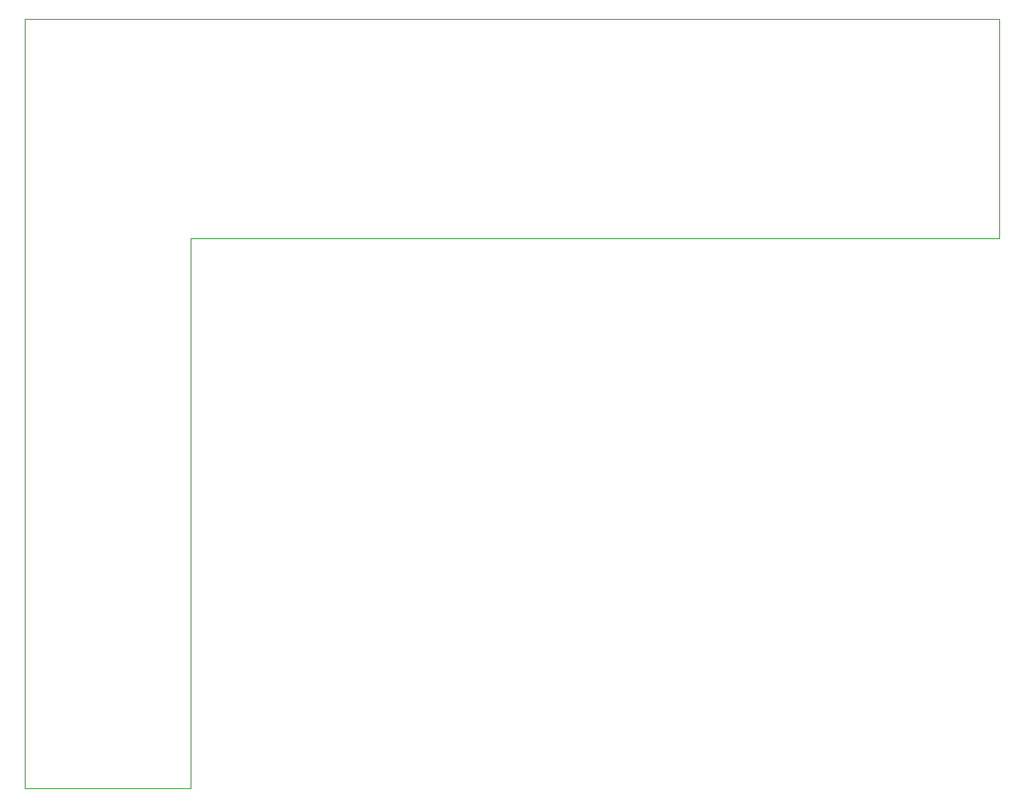
<source format=gm1>
G04 #@! TF.GenerationSoftware,KiCad,Pcbnew,8.0.4*
G04 #@! TF.CreationDate,2024-08-27T21:55:03+09:00*
G04 #@! TF.ProjectId,MDC,4d44432e-6b69-4636-9164-5f7063625858,rev?*
G04 #@! TF.SameCoordinates,Original*
G04 #@! TF.FileFunction,Profile,NP*
%FSLAX46Y46*%
G04 Gerber Fmt 4.6, Leading zero omitted, Abs format (unit mm)*
G04 Created by KiCad (PCBNEW 8.0.4) date 2024-08-27 21:55:03*
%MOMM*%
%LPD*%
G01*
G04 APERTURE LIST*
G04 #@! TA.AperFunction,Profile*
%ADD10C,0.050000*%
G04 #@! TD*
G04 APERTURE END LIST*
D10*
X50000000Y-129000000D02*
X67000000Y-129000000D01*
X50000000Y-50000000D02*
X50000000Y-129000000D01*
X150000000Y-72500000D02*
X67000000Y-72500000D01*
X50000000Y-50000000D02*
X150000000Y-50000000D01*
X150000000Y-50000000D02*
X150000000Y-72500000D01*
X67000000Y-72500000D02*
X67000000Y-129000000D01*
M02*

</source>
